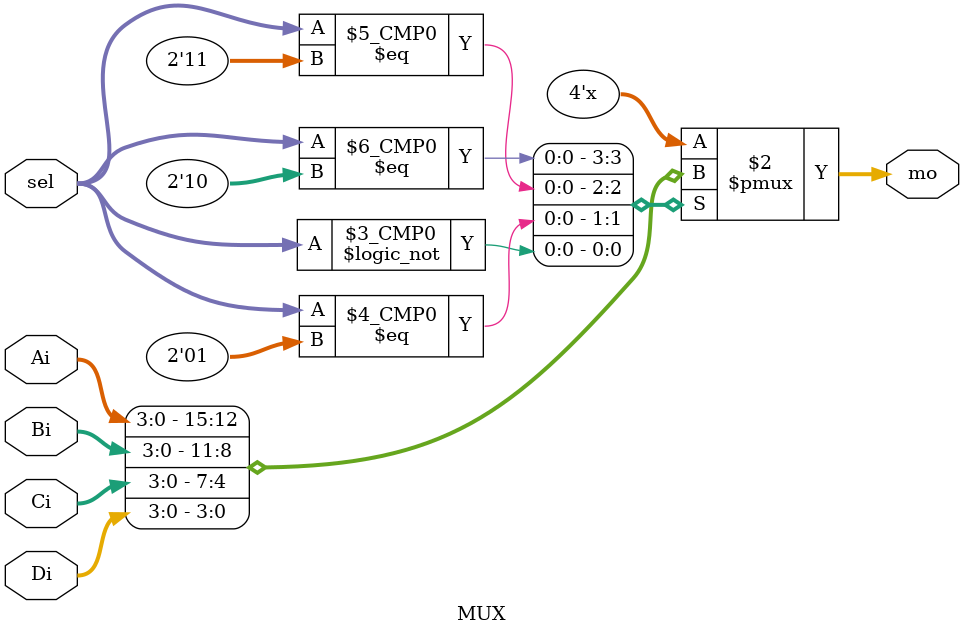
<source format=sv>
module MUX 
#(parameter N = 4)
(
	input [N - 1:0] Ai, Bi, Ci, Di,
	input [1:0] sel,
	output reg [N - 1:0] mo
);

always @*
	case (sel)
		2'b10: mo <= Ai;
		2'b11: mo <= Bi;
		2'b01: mo <= Ci;
		2'b00: mo <= Di;
	endcase

endmodule

</source>
